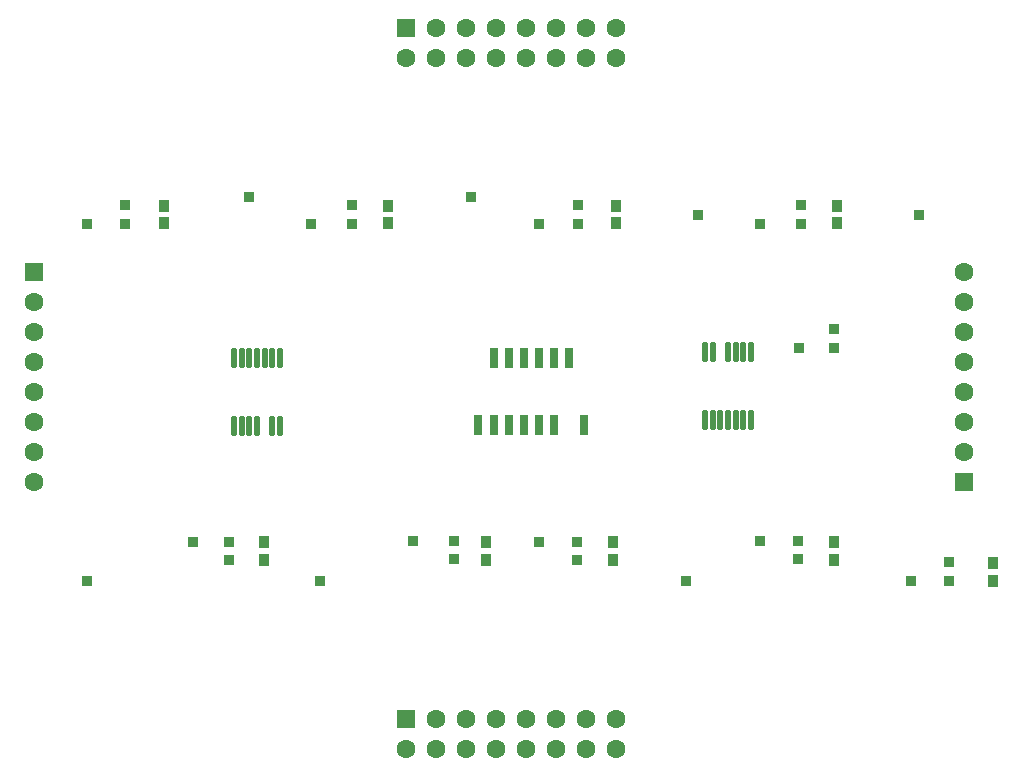
<source format=gts>
G04*
G04 #@! TF.GenerationSoftware,Altium Limited,Altium Designer,24.5.2 (23)*
G04*
G04 Layer_Color=8388736*
%FSLAX25Y25*%
%MOIN*%
G70*
G04*
G04 #@! TF.SameCoordinates,F9E145AB-4376-4A3A-B871-3CA844BA1A44*
G04*
G04*
G04 #@! TF.FilePolarity,Negative*
G04*
G01*
G75*
%ADD23R,0.03740X0.03937*%
G04:AMPARAMS|DCode=24|XSize=65.75mil|YSize=20.08mil|CornerRadius=3.99mil|HoleSize=0mil|Usage=FLASHONLY|Rotation=270.000|XOffset=0mil|YOffset=0mil|HoleType=Round|Shape=RoundedRectangle|*
%AMROUNDEDRECTD24*
21,1,0.06575,0.01211,0,0,270.0*
21,1,0.05778,0.02008,0,0,270.0*
1,1,0.00797,-0.00605,-0.02889*
1,1,0.00797,-0.00605,0.02889*
1,1,0.00797,0.00605,0.02889*
1,1,0.00797,0.00605,-0.02889*
%
%ADD24ROUNDEDRECTD24*%
%ADD25R,0.03740X0.03740*%
%ADD26R,0.02756X0.06890*%
%ADD27R,0.03150X0.06890*%
%ADD28R,0.03740X0.03740*%
%ADD29C,0.06299*%
%ADD30R,0.06299X0.06299*%
%ADD31R,0.06299X0.06299*%
D23*
X287402Y198819D02*
D03*
Y204724D02*
D03*
X213583Y198819D02*
D03*
Y204724D02*
D03*
X137795Y198819D02*
D03*
Y204724D02*
D03*
X62992Y198819D02*
D03*
Y204724D02*
D03*
X96457Y92520D02*
D03*
Y86614D02*
D03*
X170276Y92520D02*
D03*
Y86614D02*
D03*
X212598Y92520D02*
D03*
Y86614D02*
D03*
X286417Y92520D02*
D03*
Y86614D02*
D03*
X339567Y85630D02*
D03*
Y79724D02*
D03*
D24*
X101778Y131417D02*
D03*
X99219D02*
D03*
X94101D02*
D03*
X91542D02*
D03*
X88983D02*
D03*
X86423D02*
D03*
Y154016D02*
D03*
X88983D02*
D03*
X91542D02*
D03*
X94101D02*
D03*
X96660D02*
D03*
X99219D02*
D03*
X101778D02*
D03*
X243404Y156024D02*
D03*
X245963D02*
D03*
X251081D02*
D03*
X253640D02*
D03*
X256199D02*
D03*
X258758D02*
D03*
Y133425D02*
D03*
X256199D02*
D03*
X253640D02*
D03*
X251081D02*
D03*
X248522D02*
D03*
X245963D02*
D03*
X243404D02*
D03*
D25*
X324803Y79724D02*
D03*
Y85827D02*
D03*
X286417Y163484D02*
D03*
Y157382D02*
D03*
X274606D02*
D03*
X50000Y198721D02*
D03*
Y204823D02*
D03*
X37402Y198721D02*
D03*
X91535Y207776D02*
D03*
X125787Y204823D02*
D03*
Y198721D02*
D03*
X112205D02*
D03*
X165354Y207776D02*
D03*
X201240Y204823D02*
D03*
Y198721D02*
D03*
X187992D02*
D03*
X275394Y204823D02*
D03*
Y198721D02*
D03*
X261811D02*
D03*
X261811Y93011D02*
D03*
X237205Y79626D02*
D03*
X115157D02*
D03*
X145965Y93011D02*
D03*
X314861Y201673D02*
D03*
X187992Y92716D02*
D03*
X37402Y79626D02*
D03*
X312008D02*
D03*
X241142Y201674D02*
D03*
X200591Y86613D02*
D03*
Y92716D02*
D03*
X274410Y86909D02*
D03*
Y93011D02*
D03*
X159597Y86909D02*
D03*
Y93011D02*
D03*
X84646Y86516D02*
D03*
Y92618D02*
D03*
D26*
X197985Y153819D02*
D03*
X192985D02*
D03*
X187985D02*
D03*
X182985D02*
D03*
X177985D02*
D03*
X172985D02*
D03*
Y131575D02*
D03*
X177985D02*
D03*
X182985D02*
D03*
X187985D02*
D03*
X192985D02*
D03*
D27*
X167788D02*
D03*
X203181D02*
D03*
D28*
X72835Y92618D02*
D03*
D29*
X143886Y23622D02*
D03*
X153886D02*
D03*
Y33622D02*
D03*
X163886Y23622D02*
D03*
Y33622D02*
D03*
X173886Y23622D02*
D03*
Y33622D02*
D03*
X183886Y23622D02*
D03*
Y33622D02*
D03*
X193886Y23622D02*
D03*
Y33622D02*
D03*
X203886Y23622D02*
D03*
Y33622D02*
D03*
X213886Y23622D02*
D03*
Y33622D02*
D03*
X143886Y253937D02*
D03*
X153886D02*
D03*
Y263937D02*
D03*
X163886Y253937D02*
D03*
Y263937D02*
D03*
X173886Y253937D02*
D03*
Y263937D02*
D03*
X183886Y253937D02*
D03*
Y263937D02*
D03*
X193886Y253937D02*
D03*
Y263937D02*
D03*
X203886Y253937D02*
D03*
Y263937D02*
D03*
X213886Y253937D02*
D03*
Y263937D02*
D03*
X329652Y182663D02*
D03*
Y172663D02*
D03*
Y162663D02*
D03*
Y152663D02*
D03*
Y142663D02*
D03*
Y132663D02*
D03*
Y122663D02*
D03*
X19685Y112559D02*
D03*
Y122559D02*
D03*
Y132559D02*
D03*
Y142559D02*
D03*
Y152559D02*
D03*
Y162559D02*
D03*
Y172559D02*
D03*
D30*
X143886Y33622D02*
D03*
Y263937D02*
D03*
D31*
X329652Y112663D02*
D03*
X19685Y182559D02*
D03*
M02*

</source>
